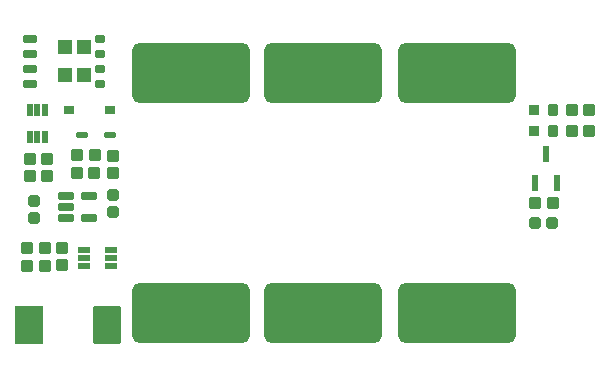
<source format=gbr>
%TF.GenerationSoftware,Altium Limited,Altium Designer,22.11.1 (43)*%
G04 Layer_Color=8421504*
%FSLAX45Y45*%
%MOMM*%
%TF.SameCoordinates,F25CF00E-CD35-404E-9013-36C82019CF52*%
%TF.FilePolarity,Positive*%
%TF.FileFunction,Paste,Top*%
%TF.Part,Single*%
G01*
G75*
%TA.AperFunction,SMDPad,CuDef*%
G04:AMPARAMS|DCode=10|XSize=0.75mm|YSize=0.9mm|CornerRadius=0.09375mm|HoleSize=0mm|Usage=FLASHONLY|Rotation=90.000|XOffset=0mm|YOffset=0mm|HoleType=Round|Shape=RoundedRectangle|*
%AMROUNDEDRECTD10*
21,1,0.75000,0.71250,0,0,90.0*
21,1,0.56250,0.90000,0,0,90.0*
1,1,0.18750,0.35625,0.28125*
1,1,0.18750,0.35625,-0.28125*
1,1,0.18750,-0.35625,-0.28125*
1,1,0.18750,-0.35625,0.28125*
%
%ADD10ROUNDEDRECTD10*%
G04:AMPARAMS|DCode=11|XSize=0.45mm|YSize=0.95mm|CornerRadius=0.05625mm|HoleSize=0mm|Usage=FLASHONLY|Rotation=270.000|XOffset=0mm|YOffset=0mm|HoleType=Round|Shape=RoundedRectangle|*
%AMROUNDEDRECTD11*
21,1,0.45000,0.83750,0,0,270.0*
21,1,0.33750,0.95000,0,0,270.0*
1,1,0.11250,-0.41875,-0.16875*
1,1,0.11250,-0.41875,0.16875*
1,1,0.11250,0.41875,0.16875*
1,1,0.11250,0.41875,-0.16875*
%
%ADD11ROUNDEDRECTD11*%
G04:AMPARAMS|DCode=12|XSize=5.1mm|YSize=10mm|CornerRadius=0.6375mm|HoleSize=0mm|Usage=FLASHONLY|Rotation=270.000|XOffset=0mm|YOffset=0mm|HoleType=Round|Shape=RoundedRectangle|*
%AMROUNDEDRECTD12*
21,1,5.10000,8.72500,0,0,270.0*
21,1,3.82500,10.00000,0,0,270.0*
1,1,1.27500,-4.36250,-1.91250*
1,1,1.27500,-4.36250,1.91250*
1,1,1.27500,4.36250,1.91250*
1,1,1.27500,4.36250,-1.91250*
%
%ADD12ROUNDEDRECTD12*%
G04:AMPARAMS|DCode=13|XSize=1.1mm|YSize=1mm|CornerRadius=0.25mm|HoleSize=0mm|Usage=FLASHONLY|Rotation=90.000|XOffset=0mm|YOffset=0mm|HoleType=Round|Shape=RoundedRectangle|*
%AMROUNDEDRECTD13*
21,1,1.10000,0.50000,0,0,90.0*
21,1,0.60000,1.00000,0,0,90.0*
1,1,0.50000,0.25000,0.30000*
1,1,0.50000,0.25000,-0.30000*
1,1,0.50000,-0.25000,-0.30000*
1,1,0.50000,-0.25000,0.30000*
%
%ADD13ROUNDEDRECTD13*%
G04:AMPARAMS|DCode=14|XSize=1.1mm|YSize=1mm|CornerRadius=0.25mm|HoleSize=0mm|Usage=FLASHONLY|Rotation=180.000|XOffset=0mm|YOffset=0mm|HoleType=Round|Shape=RoundedRectangle|*
%AMROUNDEDRECTD14*
21,1,1.10000,0.50000,0,0,180.0*
21,1,0.60000,1.00000,0,0,180.0*
1,1,0.50000,-0.30000,0.25000*
1,1,0.50000,0.30000,0.25000*
1,1,0.50000,0.30000,-0.25000*
1,1,0.50000,-0.30000,-0.25000*
%
%ADD14ROUNDEDRECTD14*%
G04:AMPARAMS|DCode=15|XSize=0.9mm|YSize=0.6mm|CornerRadius=0.075mm|HoleSize=0mm|Usage=FLASHONLY|Rotation=0.000|XOffset=0mm|YOffset=0mm|HoleType=Round|Shape=RoundedRectangle|*
%AMROUNDEDRECTD15*
21,1,0.90000,0.45000,0,0,0.0*
21,1,0.75000,0.60000,0,0,0.0*
1,1,0.15000,0.37500,-0.22500*
1,1,0.15000,-0.37500,-0.22500*
1,1,0.15000,-0.37500,0.22500*
1,1,0.15000,0.37500,0.22500*
%
%ADD15ROUNDEDRECTD15*%
G04:AMPARAMS|DCode=17|XSize=1.2mm|YSize=0.6mm|CornerRadius=0.075mm|HoleSize=0mm|Usage=FLASHONLY|Rotation=0.000|XOffset=0mm|YOffset=0mm|HoleType=Round|Shape=RoundedRectangle|*
%AMROUNDEDRECTD17*
21,1,1.20000,0.45000,0,0,0.0*
21,1,1.05000,0.60000,0,0,0.0*
1,1,0.15000,0.52500,-0.22500*
1,1,0.15000,-0.52500,-0.22500*
1,1,0.15000,-0.52500,0.22500*
1,1,0.15000,0.52500,0.22500*
%
%ADD17ROUNDEDRECTD17*%
G04:AMPARAMS|DCode=18|XSize=3.3mm|YSize=2.45mm|CornerRadius=0.30625mm|HoleSize=0mm|Usage=FLASHONLY|Rotation=90.000|XOffset=0mm|YOffset=0mm|HoleType=Round|Shape=RoundedRectangle|*
%AMROUNDEDRECTD18*
21,1,3.30000,1.83750,0,0,90.0*
21,1,2.68750,2.45000,0,0,90.0*
1,1,0.61250,0.91875,1.34375*
1,1,0.61250,0.91875,-1.34375*
1,1,0.61250,-0.91875,-1.34375*
1,1,0.61250,-0.91875,1.34375*
%
%ADD18ROUNDEDRECTD18*%
%ADD19R,2.45000X3.30000*%
G04:AMPARAMS|DCode=20|XSize=0.95mm|YSize=0.9mm|CornerRadius=0.1125mm|HoleSize=0mm|Usage=FLASHONLY|Rotation=90.000|XOffset=0mm|YOffset=0mm|HoleType=Round|Shape=RoundedRectangle|*
%AMROUNDEDRECTD20*
21,1,0.95000,0.67500,0,0,90.0*
21,1,0.72500,0.90000,0,0,90.0*
1,1,0.22500,0.33750,0.36250*
1,1,0.22500,0.33750,-0.36250*
1,1,0.22500,-0.33750,-0.36250*
1,1,0.22500,-0.33750,0.36250*
%
%ADD20ROUNDEDRECTD20*%
%ADD21R,0.90000X0.95000*%
G04:AMPARAMS|DCode=22|XSize=1mm|YSize=1mm|CornerRadius=0.25mm|HoleSize=0mm|Usage=FLASHONLY|Rotation=0.000|XOffset=0mm|YOffset=0mm|HoleType=Round|Shape=RoundedRectangle|*
%AMROUNDEDRECTD22*
21,1,1.00000,0.50000,0,0,0.0*
21,1,0.50000,1.00000,0,0,0.0*
1,1,0.50000,0.25000,-0.25000*
1,1,0.50000,-0.25000,-0.25000*
1,1,0.50000,-0.25000,0.25000*
1,1,0.50000,0.25000,0.25000*
%
%ADD22ROUNDEDRECTD22*%
G04:AMPARAMS|DCode=23|XSize=1mm|YSize=1mm|CornerRadius=0.25mm|HoleSize=0mm|Usage=FLASHONLY|Rotation=90.000|XOffset=0mm|YOffset=0mm|HoleType=Round|Shape=RoundedRectangle|*
%AMROUNDEDRECTD23*
21,1,1.00000,0.50000,0,0,90.0*
21,1,0.50000,1.00000,0,0,90.0*
1,1,0.50000,0.25000,0.25000*
1,1,0.50000,0.25000,-0.25000*
1,1,0.50000,-0.25000,-0.25000*
1,1,0.50000,-0.25000,0.25000*
%
%ADD23ROUNDEDRECTD23*%
G04:AMPARAMS|DCode=24|XSize=0.45mm|YSize=1.05mm|CornerRadius=0.05625mm|HoleSize=0mm|Usage=FLASHONLY|Rotation=90.000|XOffset=0mm|YOffset=0mm|HoleType=Round|Shape=RoundedRectangle|*
%AMROUNDEDRECTD24*
21,1,0.45000,0.93750,0,0,90.0*
21,1,0.33750,1.05000,0,0,90.0*
1,1,0.11250,0.46875,0.16875*
1,1,0.11250,0.46875,-0.16875*
1,1,0.11250,-0.46875,-0.16875*
1,1,0.11250,-0.46875,0.16875*
%
%ADD24ROUNDEDRECTD24*%
G04:AMPARAMS|DCode=25|XSize=0.65mm|YSize=1.3mm|CornerRadius=0.08125mm|HoleSize=0mm|Usage=FLASHONLY|Rotation=90.000|XOffset=0mm|YOffset=0mm|HoleType=Round|Shape=RoundedRectangle|*
%AMROUNDEDRECTD25*
21,1,0.65000,1.13750,0,0,90.0*
21,1,0.48750,1.30000,0,0,90.0*
1,1,0.16250,0.56875,0.24375*
1,1,0.16250,0.56875,-0.24375*
1,1,0.16250,-0.56875,-0.24375*
1,1,0.16250,-0.56875,0.24375*
%
%ADD25ROUNDEDRECTD25*%
G04:AMPARAMS|DCode=26|XSize=0.5mm|YSize=1.4mm|CornerRadius=0.0625mm|HoleSize=0mm|Usage=FLASHONLY|Rotation=180.000|XOffset=0mm|YOffset=0mm|HoleType=Round|Shape=RoundedRectangle|*
%AMROUNDEDRECTD26*
21,1,0.50000,1.27500,0,0,180.0*
21,1,0.37500,1.40000,0,0,180.0*
1,1,0.12500,-0.18750,0.63750*
1,1,0.12500,0.18750,0.63750*
1,1,0.12500,0.18750,-0.63750*
1,1,0.12500,-0.18750,-0.63750*
%
%ADD26ROUNDEDRECTD26*%
G04:AMPARAMS|DCode=27|XSize=0.45mm|YSize=1.05mm|CornerRadius=0.05625mm|HoleSize=0mm|Usage=FLASHONLY|Rotation=180.000|XOffset=0mm|YOffset=0mm|HoleType=Round|Shape=RoundedRectangle|*
%AMROUNDEDRECTD27*
21,1,0.45000,0.93750,0,0,180.0*
21,1,0.33750,1.05000,0,0,180.0*
1,1,0.11250,-0.16875,0.46875*
1,1,0.11250,0.16875,0.46875*
1,1,0.11250,0.16875,-0.46875*
1,1,0.11250,-0.16875,-0.46875*
%
%ADD27ROUNDEDRECTD27*%
G36*
X1452200Y2446360D02*
X1334020D01*
Y2565880D01*
X1452200D01*
Y2446360D01*
D02*
G37*
G36*
X1612200D02*
X1494020D01*
Y2565880D01*
X1612200D01*
Y2446360D01*
D02*
G37*
G36*
X1452200Y2686360D02*
X1334020D01*
Y2805880D01*
X1452200D01*
Y2686360D01*
D02*
G37*
G36*
X1612200D02*
X1494020D01*
Y2805880D01*
X1612200D01*
Y2686360D01*
D02*
G37*
D10*
X1427480Y2214880D02*
D03*
X1772480D02*
D03*
D11*
X1537920Y2004060D02*
D03*
X1772920D02*
D03*
D12*
X2456180Y497840D02*
D03*
Y2529840D02*
D03*
X3578860Y497840D02*
D03*
Y2529840D02*
D03*
X4706620Y497840D02*
D03*
Y2529840D02*
D03*
D13*
X1073580Y894080D02*
D03*
X1218580D02*
D03*
X1497220Y1831340D02*
D03*
X1642220D02*
D03*
X1640920Y1678940D02*
D03*
X1495920D02*
D03*
X1218580Y1049020D02*
D03*
X1073580D02*
D03*
X5686980Y2034540D02*
D03*
X5831980D02*
D03*
X5686980Y2214880D02*
D03*
X5831980D02*
D03*
X5519560Y1424940D02*
D03*
X5374560D02*
D03*
D14*
X1368360Y899080D02*
D03*
Y1044080D02*
D03*
X1242060Y1800940D02*
D03*
Y1655940D02*
D03*
X1798320Y1826400D02*
D03*
Y1681400D02*
D03*
X1092200Y1800940D02*
D03*
Y1655940D02*
D03*
D15*
X1692200Y2689860D02*
D03*
Y2816860D02*
D03*
Y2562860D02*
D03*
Y2435860D02*
D03*
D17*
X1092200Y2689860D02*
D03*
Y2816860D02*
D03*
Y2435860D02*
D03*
Y2562860D02*
D03*
D18*
X1747520Y391160D02*
D03*
D19*
X1087120D02*
D03*
D20*
X5523220Y2214880D02*
D03*
X5524480Y2034540D02*
D03*
D21*
X5363220Y2214880D02*
D03*
X5364480Y2034540D02*
D03*
D22*
X1798320Y1345940D02*
D03*
Y1490940D02*
D03*
X1132840Y1441560D02*
D03*
Y1296560D02*
D03*
D23*
X5512060Y1257300D02*
D03*
X5367060D02*
D03*
D24*
X1783080Y1025120D02*
D03*
Y895120D02*
D03*
Y960120D02*
D03*
X1553080Y1025120D02*
D03*
Y960120D02*
D03*
Y895120D02*
D03*
D25*
X1597660Y1488440D02*
D03*
Y1298440D02*
D03*
X1397660Y1488440D02*
D03*
Y1393440D02*
D03*
Y1298440D02*
D03*
D26*
X5558540Y1594040D02*
D03*
X5368540D02*
D03*
X5463540Y1844040D02*
D03*
D27*
X1222200Y1984880D02*
D03*
X1157200D02*
D03*
X1092200D02*
D03*
X1157200Y2214880D02*
D03*
X1222200D02*
D03*
X1092200D02*
D03*
%TF.MD5,67236bfe70ec96509c3dc9db4f1ef0b2*%
M02*

</source>
